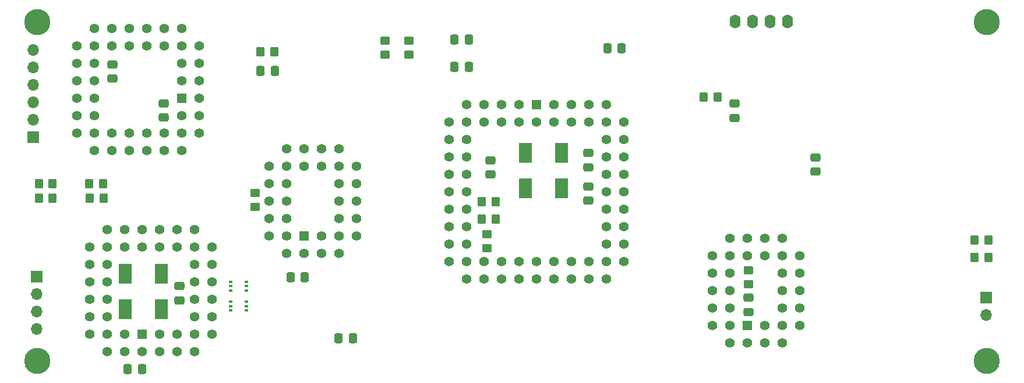
<source format=gbs>
G04 #@! TF.GenerationSoftware,KiCad,Pcbnew,(7.0.0)*
G04 #@! TF.CreationDate,2023-02-28T23:09:26-06:00*
G04 #@! TF.ProjectId,MCD,4d43442e-6b69-4636-9164-5f7063625858,rev?*
G04 #@! TF.SameCoordinates,Original*
G04 #@! TF.FileFunction,Soldermask,Bot*
G04 #@! TF.FilePolarity,Negative*
%FSLAX46Y46*%
G04 Gerber Fmt 4.6, Leading zero omitted, Abs format (unit mm)*
G04 Created by KiCad (PCBNEW (7.0.0)) date 2023-02-28 23:09:26*
%MOMM*%
%LPD*%
G01*
G04 APERTURE LIST*
G04 Aperture macros list*
%AMRoundRect*
0 Rectangle with rounded corners*
0 $1 Rounding radius*
0 $2 $3 $4 $5 $6 $7 $8 $9 X,Y pos of 4 corners*
0 Add a 4 corners polygon primitive as box body*
4,1,4,$2,$3,$4,$5,$6,$7,$8,$9,$2,$3,0*
0 Add four circle primitives for the rounded corners*
1,1,$1+$1,$2,$3*
1,1,$1+$1,$4,$5*
1,1,$1+$1,$6,$7*
1,1,$1+$1,$8,$9*
0 Add four rect primitives between the rounded corners*
20,1,$1+$1,$2,$3,$4,$5,0*
20,1,$1+$1,$4,$5,$6,$7,0*
20,1,$1+$1,$6,$7,$8,$9,0*
20,1,$1+$1,$8,$9,$2,$3,0*%
G04 Aperture macros list end*
%ADD10R,1.422400X1.422400*%
%ADD11C,1.422400*%
%ADD12C,3.800000*%
%ADD13R,1.700000X1.700000*%
%ADD14O,1.700000X1.700000*%
%ADD15O,1.600000X2.000000*%
%ADD16RoundRect,0.250000X0.350000X0.450000X-0.350000X0.450000X-0.350000X-0.450000X0.350000X-0.450000X0*%
%ADD17R,1.980000X3.000000*%
%ADD18RoundRect,0.250000X-0.350000X-0.450000X0.350000X-0.450000X0.350000X0.450000X-0.350000X0.450000X0*%
%ADD19RoundRect,0.250000X0.450000X-0.350000X0.450000X0.350000X-0.450000X0.350000X-0.450000X-0.350000X0*%
%ADD20RoundRect,0.250000X0.337500X0.475000X-0.337500X0.475000X-0.337500X-0.475000X0.337500X-0.475000X0*%
%ADD21RoundRect,0.250000X0.475000X-0.337500X0.475000X0.337500X-0.475000X0.337500X-0.475000X-0.337500X0*%
%ADD22R,0.600000X0.420000*%
%ADD23RoundRect,0.250000X-0.475000X0.337500X-0.475000X-0.337500X0.475000X-0.337500X0.475000X0.337500X0*%
%ADD24RoundRect,0.250000X-0.337500X-0.475000X0.337500X-0.475000X0.337500X0.475000X-0.337500X0.475000X0*%
%ADD25RoundRect,0.250000X-0.450000X0.350000X-0.450000X-0.350000X0.450000X-0.350000X0.450000X0.350000X0*%
G04 APERTURE END LIST*
D10*
X185119999Y-128259999D03*
D11*
X187660000Y-130800000D03*
X187660000Y-128260000D03*
X190200000Y-130800000D03*
X192740000Y-128260000D03*
X190200000Y-128260000D03*
X192740000Y-125720000D03*
X190200000Y-125720000D03*
X192740000Y-123180000D03*
X190200000Y-123180000D03*
X192740000Y-120640000D03*
X190200000Y-120640000D03*
X192740000Y-118100000D03*
X190200000Y-115560000D03*
X190200000Y-118100000D03*
X187660000Y-115560000D03*
X187660000Y-118100000D03*
X185120000Y-115560000D03*
X185120000Y-118100000D03*
X182580000Y-115560000D03*
X180040000Y-118100000D03*
X182580000Y-118100000D03*
X180040000Y-120640000D03*
X182580000Y-120640000D03*
X180040000Y-123180000D03*
X182580000Y-123180000D03*
X180040000Y-125720000D03*
X182580000Y-125720000D03*
X180040000Y-128260000D03*
X182580000Y-130800000D03*
X182580000Y-128260000D03*
X185120000Y-130800000D03*
D12*
X81900000Y-84100000D03*
X219900000Y-84100000D03*
D11*
X157000000Y-98680000D03*
X157000000Y-96140000D03*
X159540000Y-98680000D03*
X159540000Y-96140000D03*
X162080000Y-98680000D03*
X162080000Y-96140000D03*
X164620000Y-98680000D03*
X164620000Y-96140000D03*
X167160000Y-98680000D03*
X164620000Y-101220000D03*
X167160000Y-101220000D03*
X164620000Y-103760000D03*
X167160000Y-103760000D03*
X164620000Y-106300000D03*
X167160000Y-106300000D03*
X164620000Y-108840000D03*
X167160000Y-108840000D03*
X164620000Y-111380000D03*
X167160000Y-111380000D03*
X164620000Y-113920000D03*
X167160000Y-113920000D03*
X164620000Y-116460000D03*
X167160000Y-116460000D03*
X164620000Y-119000000D03*
X167160000Y-119000000D03*
X164620000Y-121540000D03*
X162080000Y-119000000D03*
X162080000Y-121540000D03*
X159540000Y-119000000D03*
X159540000Y-121540000D03*
X157000000Y-119000000D03*
X157000000Y-121540000D03*
X154460000Y-119000000D03*
X154460000Y-121540000D03*
X151920000Y-119000000D03*
X151920000Y-121540000D03*
X149380000Y-119000000D03*
X149380000Y-121540000D03*
X146840000Y-119000000D03*
X146840000Y-121540000D03*
X144300000Y-119000000D03*
X144300000Y-121540000D03*
X141760000Y-119000000D03*
X144300000Y-116460000D03*
X141760000Y-116460000D03*
X144300000Y-113920000D03*
X141760000Y-113920000D03*
X144300000Y-111380000D03*
X141760000Y-111380000D03*
X144300000Y-108840000D03*
X141760000Y-108840000D03*
X144300000Y-106300000D03*
X141760000Y-106300000D03*
X144300000Y-103760000D03*
X141760000Y-103760000D03*
X144300000Y-101220000D03*
X141760000Y-101220000D03*
X144300000Y-98680000D03*
X141760000Y-98680000D03*
X144300000Y-96140000D03*
X146840000Y-98680000D03*
X146840000Y-96140000D03*
X149380000Y-98680000D03*
X149380000Y-96140000D03*
X151920000Y-98680000D03*
X151920000Y-96140000D03*
X154460000Y-98680000D03*
D10*
X154459999Y-96139999D03*
D13*
X219799999Y-124199999D03*
D14*
X219799999Y-126739999D03*
D13*
X81249999Y-100829999D03*
D14*
X81249999Y-98289999D03*
X81249999Y-95749999D03*
X81249999Y-93209999D03*
X81249999Y-90669999D03*
X81249999Y-88129999D03*
D13*
X81749999Y-121169999D03*
D14*
X81749999Y-123709999D03*
X81749999Y-126249999D03*
X81749999Y-128789999D03*
D12*
X219900000Y-133400000D03*
D10*
X102869999Y-95169999D03*
D11*
X105410000Y-92630000D03*
X102870000Y-92630000D03*
X105410000Y-90090000D03*
X102870000Y-90090000D03*
X105410000Y-87550000D03*
X102870000Y-85010000D03*
X102870000Y-87550000D03*
X100330000Y-85010000D03*
X100330000Y-87550000D03*
X97790000Y-85010000D03*
X97790000Y-87550000D03*
X95250000Y-85010000D03*
X95250000Y-87550000D03*
X92710000Y-85010000D03*
X92710000Y-87550000D03*
X90170000Y-85010000D03*
X87630000Y-87550000D03*
X90170000Y-87550000D03*
X87630000Y-90090000D03*
X90170000Y-90090000D03*
X87630000Y-92630000D03*
X90170000Y-92630000D03*
X87630000Y-95170000D03*
X90170000Y-95170000D03*
X87630000Y-97710000D03*
X90170000Y-97710000D03*
X87630000Y-100250000D03*
X90170000Y-102790000D03*
X90170000Y-100250000D03*
X92710000Y-102790000D03*
X92710000Y-100250000D03*
X95250000Y-102790000D03*
X95250000Y-100250000D03*
X97790000Y-102790000D03*
X97790000Y-100250000D03*
X100330000Y-102790000D03*
X100330000Y-100250000D03*
X102870000Y-102790000D03*
X105410000Y-100250000D03*
X102870000Y-100250000D03*
X105410000Y-97710000D03*
X102870000Y-97710000D03*
X105410000Y-95170000D03*
D10*
X120669999Y-115209999D03*
D11*
X123210000Y-117750000D03*
X123210000Y-115210000D03*
X125750000Y-117750000D03*
X128290000Y-115210000D03*
X125750000Y-115210000D03*
X128290000Y-112670000D03*
X125750000Y-112670000D03*
X128290000Y-110130000D03*
X125750000Y-110130000D03*
X128290000Y-107590000D03*
X125750000Y-107590000D03*
X128290000Y-105050000D03*
X125750000Y-102510000D03*
X125750000Y-105050000D03*
X123210000Y-102510000D03*
X123210000Y-105050000D03*
X120670000Y-102510000D03*
X120670000Y-105050000D03*
X118130000Y-102510000D03*
X115590000Y-105050000D03*
X118130000Y-105050000D03*
X115590000Y-107590000D03*
X118130000Y-107590000D03*
X115590000Y-110130000D03*
X118130000Y-110130000D03*
X115590000Y-112670000D03*
X118130000Y-112670000D03*
X115590000Y-115210000D03*
X118130000Y-117750000D03*
X118130000Y-115210000D03*
X120670000Y-117750000D03*
D15*
X190939999Y-83999999D03*
X188399999Y-83999999D03*
X185859999Y-83999999D03*
X183319999Y-83999999D03*
D12*
X81900000Y-133400000D03*
D10*
X97079999Y-129579999D03*
D11*
X99620000Y-132120000D03*
X99620000Y-129580000D03*
X102160000Y-132120000D03*
X102160000Y-129580000D03*
X104700000Y-132120000D03*
X107240000Y-129580000D03*
X104700000Y-129580000D03*
X107240000Y-127040000D03*
X104700000Y-127040000D03*
X107240000Y-124500000D03*
X104700000Y-124500000D03*
X107240000Y-121960000D03*
X104700000Y-121960000D03*
X107240000Y-119420000D03*
X104700000Y-119420000D03*
X107240000Y-116880000D03*
X104700000Y-114340000D03*
X104700000Y-116880000D03*
X102160000Y-114340000D03*
X102160000Y-116880000D03*
X99620000Y-114340000D03*
X99620000Y-116880000D03*
X97080000Y-114340000D03*
X97080000Y-116880000D03*
X94540000Y-114340000D03*
X94540000Y-116880000D03*
X92000000Y-114340000D03*
X89460000Y-116880000D03*
X92000000Y-116880000D03*
X89460000Y-119420000D03*
X92000000Y-119420000D03*
X89460000Y-121960000D03*
X92000000Y-121960000D03*
X89460000Y-124500000D03*
X92000000Y-124500000D03*
X89460000Y-127040000D03*
X92000000Y-127040000D03*
X89460000Y-129580000D03*
X92000000Y-132120000D03*
X92000000Y-129580000D03*
X94540000Y-132120000D03*
X94540000Y-129580000D03*
X97080000Y-132120000D03*
D16*
X91500000Y-109700000D03*
X89500000Y-109700000D03*
D17*
X158099999Y-108324999D03*
X152839999Y-108324999D03*
X152839999Y-103124999D03*
X158099999Y-103124999D03*
D18*
X114300000Y-88400000D03*
X116300000Y-88400000D03*
D19*
X132400000Y-88800000D03*
X132400000Y-86800000D03*
D20*
X120750000Y-121250000D03*
X118675000Y-121250000D03*
D18*
X82100000Y-107600000D03*
X84100000Y-107600000D03*
D21*
X162000000Y-105237500D03*
X162000000Y-103162500D03*
X162000000Y-110100000D03*
X162000000Y-108025000D03*
D22*
X112299999Y-121899999D03*
X112299999Y-122549999D03*
X112299999Y-123199999D03*
X109999999Y-123199999D03*
X109999999Y-122549999D03*
X109999999Y-121899999D03*
D18*
X82100000Y-109700000D03*
X84100000Y-109700000D03*
D16*
X180750000Y-95000000D03*
X178750000Y-95000000D03*
D23*
X183250000Y-95962500D03*
X183250000Y-98037500D03*
D20*
X127750000Y-130100000D03*
X125675000Y-130100000D03*
X97100000Y-134600000D03*
X95025000Y-134600000D03*
D22*
X112299999Y-124799999D03*
X112299999Y-125449999D03*
X112299999Y-126099999D03*
X109999999Y-126099999D03*
X109999999Y-125449999D03*
X109999999Y-124799999D03*
D21*
X102500000Y-124600000D03*
X102500000Y-122525000D03*
D24*
X142525000Y-86600000D03*
X144600000Y-86600000D03*
D16*
X148500000Y-110250000D03*
X146500000Y-110250000D03*
D18*
X218100000Y-115800000D03*
X220100000Y-115800000D03*
D21*
X185250000Y-126287500D03*
X185250000Y-124212500D03*
D18*
X146500000Y-112750000D03*
X148500000Y-112750000D03*
D24*
X164725000Y-87900000D03*
X166800000Y-87900000D03*
D17*
X99899999Y-125899999D03*
X94639999Y-125899999D03*
X94639999Y-120699999D03*
X99899999Y-120699999D03*
D19*
X185250000Y-122250000D03*
X185250000Y-120250000D03*
X113500000Y-111000000D03*
X113500000Y-109000000D03*
X135900000Y-88800000D03*
X135900000Y-86800000D03*
D24*
X114300000Y-91200000D03*
X116375000Y-91200000D03*
D21*
X100250000Y-98000000D03*
X100250000Y-95925000D03*
D23*
X147750000Y-104212500D03*
X147750000Y-106287500D03*
D18*
X218100000Y-118400000D03*
X220100000Y-118400000D03*
D16*
X91450000Y-107600000D03*
X89450000Y-107600000D03*
D20*
X144600000Y-90600000D03*
X142525000Y-90600000D03*
D25*
X147250000Y-115000000D03*
X147250000Y-117000000D03*
D23*
X195000000Y-103762500D03*
X195000000Y-105837500D03*
X92790000Y-90250000D03*
X92790000Y-92325000D03*
M02*

</source>
